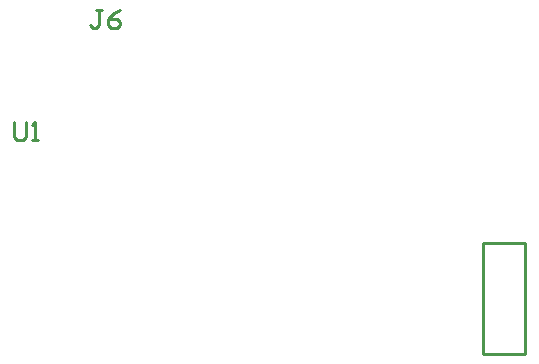
<source format=gto>
G04*
G04 #@! TF.GenerationSoftware,Altium Limited,Altium Designer,20.0.14 (345)*
G04*
G04 Layer_Color=65535*
%FSLAX25Y25*%
%MOIN*%
G70*
G01*
G75*
%ADD10C,0.01000*%
D10*
X183500Y74500D02*
X197500D01*
Y37500D02*
Y74500D01*
X183500Y37500D02*
X197500D01*
X183500D02*
Y74500D01*
X56500Y151999D02*
X54501D01*
X55501D01*
Y147001D01*
X54501Y146001D01*
X53501D01*
X52502Y147001D01*
X62498Y151999D02*
X60499Y150999D01*
X58500Y149000D01*
Y147001D01*
X59499Y146001D01*
X61499D01*
X62498Y147001D01*
Y148000D01*
X61499Y149000D01*
X58500D01*
X27200Y114934D02*
Y109936D01*
X28200Y108936D01*
X30199D01*
X31199Y109936D01*
Y114934D01*
X33198Y108936D02*
X35197D01*
X34198D01*
Y114934D01*
X33198Y113935D01*
M02*

</source>
